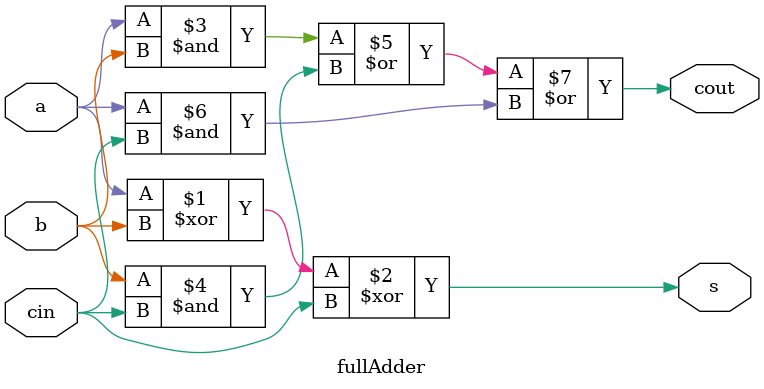
<source format=sv>
module rippleSubAdder #(
    parameter N = 4
)(
    input  logic [N-1:0] A,
    input  logic [N-1:0] B,
    input  logic         D,
    output logic [N-1:0] S,
    output logic         Cout
);

    wire [N-1:0] y_mux;
    wire [N-1:0] carry;


    mux2 #(.N(1)) mux0(
        .data0(B[0]),
        .data1(~B[0]),
        .sel(D),
        .mux_out(y_mux[0])
    );
    fullAdder fa0(
        .a(A[0]),
        .b(y_mux[0]),
        .cin(D),
        .s(S[0]),
        .cout(carry[0])
    );

    genvar i;
    generate
        for(i = 1; i < N; i++) begin: full_adder_chain
            mux2 #(.N(1)) mux(
                .data0(B[i]),
                .data1(~B[i]),
                .sel(D),
                .mux_out(y_mux[i])
            );
            fullAdder fa(
                .a(A[i]),
                .b(y_mux[i]),
                .cin(carry[i-1]),
                .s(S[i]),
                .cout(carry[i])
            );
        end
    endgenerate
    assign Cout = carry[N-1];
endmodule

module fullAdder(input logic a, b, cin,
                 output logic s, cout);

    assign s = a^b^cin;
    assign cout = (a & b) | (b & cin) | (a & cin);

endmodule

</source>
